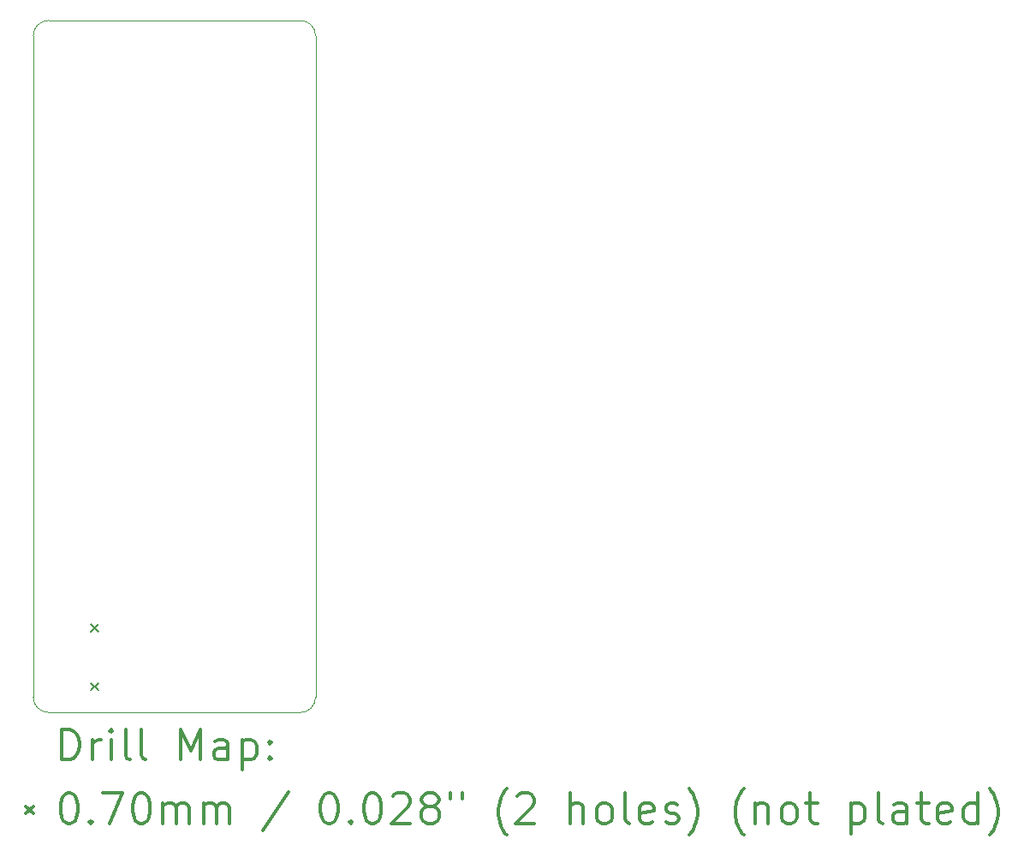
<source format=gbr>
%FSLAX45Y45*%
G04 Gerber Fmt 4.5, Leading zero omitted, Abs format (unit mm)*
G04 Created by KiCad (PCBNEW 5.1.5+dfsg1-2build2) date 2021-06-10 16:32:59*
%MOMM*%
%LPD*%
G04 APERTURE LIST*
%TA.AperFunction,Profile*%
%ADD10C,0.050000*%
%TD*%
%ADD11C,0.200000*%
%ADD12C,0.300000*%
G04 APERTURE END LIST*
D10*
X13695000Y-13400000D02*
X13695000Y-6858000D01*
X16337000Y-13551000D02*
X13845000Y-13550000D01*
X16487000Y-6858000D02*
X16487000Y-13401000D01*
X13845000Y-6708000D02*
X16337000Y-6708000D01*
X16487000Y-13401000D02*
G75*
G02X16337000Y-13551000I-150000J0D01*
G01*
X13845000Y-13550000D02*
G75*
G02X13695000Y-13400000I0J150000D01*
G01*
X13695000Y-6858000D02*
G75*
G02X13845000Y-6708000I150000J0D01*
G01*
X16337000Y-6708000D02*
G75*
G02X16487000Y-6858000I0J-150000D01*
G01*
D11*
X14266380Y-12680880D02*
X14336380Y-12750880D01*
X14336380Y-12680880D02*
X14266380Y-12750880D01*
X14266380Y-13258880D02*
X14336380Y-13328880D01*
X14336380Y-13258880D02*
X14266380Y-13328880D01*
D12*
X13978928Y-14019214D02*
X13978928Y-13719214D01*
X14050357Y-13719214D01*
X14093214Y-13733500D01*
X14121786Y-13762071D01*
X14136071Y-13790643D01*
X14150357Y-13847786D01*
X14150357Y-13890643D01*
X14136071Y-13947786D01*
X14121786Y-13976357D01*
X14093214Y-14004929D01*
X14050357Y-14019214D01*
X13978928Y-14019214D01*
X14278928Y-14019214D02*
X14278928Y-13819214D01*
X14278928Y-13876357D02*
X14293214Y-13847786D01*
X14307500Y-13833500D01*
X14336071Y-13819214D01*
X14364643Y-13819214D01*
X14464643Y-14019214D02*
X14464643Y-13819214D01*
X14464643Y-13719214D02*
X14450357Y-13733500D01*
X14464643Y-13747786D01*
X14478928Y-13733500D01*
X14464643Y-13719214D01*
X14464643Y-13747786D01*
X14650357Y-14019214D02*
X14621786Y-14004929D01*
X14607500Y-13976357D01*
X14607500Y-13719214D01*
X14807500Y-14019214D02*
X14778928Y-14004929D01*
X14764643Y-13976357D01*
X14764643Y-13719214D01*
X15150357Y-14019214D02*
X15150357Y-13719214D01*
X15250357Y-13933500D01*
X15350357Y-13719214D01*
X15350357Y-14019214D01*
X15621786Y-14019214D02*
X15621786Y-13862071D01*
X15607500Y-13833500D01*
X15578928Y-13819214D01*
X15521786Y-13819214D01*
X15493214Y-13833500D01*
X15621786Y-14004929D02*
X15593214Y-14019214D01*
X15521786Y-14019214D01*
X15493214Y-14004929D01*
X15478928Y-13976357D01*
X15478928Y-13947786D01*
X15493214Y-13919214D01*
X15521786Y-13904929D01*
X15593214Y-13904929D01*
X15621786Y-13890643D01*
X15764643Y-13819214D02*
X15764643Y-14119214D01*
X15764643Y-13833500D02*
X15793214Y-13819214D01*
X15850357Y-13819214D01*
X15878928Y-13833500D01*
X15893214Y-13847786D01*
X15907500Y-13876357D01*
X15907500Y-13962071D01*
X15893214Y-13990643D01*
X15878928Y-14004929D01*
X15850357Y-14019214D01*
X15793214Y-14019214D01*
X15764643Y-14004929D01*
X16036071Y-13990643D02*
X16050357Y-14004929D01*
X16036071Y-14019214D01*
X16021786Y-14004929D01*
X16036071Y-13990643D01*
X16036071Y-14019214D01*
X16036071Y-13833500D02*
X16050357Y-13847786D01*
X16036071Y-13862071D01*
X16021786Y-13847786D01*
X16036071Y-13833500D01*
X16036071Y-13862071D01*
X13622500Y-14478500D02*
X13692500Y-14548500D01*
X13692500Y-14478500D02*
X13622500Y-14548500D01*
X14036071Y-14349214D02*
X14064643Y-14349214D01*
X14093214Y-14363500D01*
X14107500Y-14377786D01*
X14121786Y-14406357D01*
X14136071Y-14463500D01*
X14136071Y-14534929D01*
X14121786Y-14592071D01*
X14107500Y-14620643D01*
X14093214Y-14634929D01*
X14064643Y-14649214D01*
X14036071Y-14649214D01*
X14007500Y-14634929D01*
X13993214Y-14620643D01*
X13978928Y-14592071D01*
X13964643Y-14534929D01*
X13964643Y-14463500D01*
X13978928Y-14406357D01*
X13993214Y-14377786D01*
X14007500Y-14363500D01*
X14036071Y-14349214D01*
X14264643Y-14620643D02*
X14278928Y-14634929D01*
X14264643Y-14649214D01*
X14250357Y-14634929D01*
X14264643Y-14620643D01*
X14264643Y-14649214D01*
X14378928Y-14349214D02*
X14578928Y-14349214D01*
X14450357Y-14649214D01*
X14750357Y-14349214D02*
X14778928Y-14349214D01*
X14807500Y-14363500D01*
X14821786Y-14377786D01*
X14836071Y-14406357D01*
X14850357Y-14463500D01*
X14850357Y-14534929D01*
X14836071Y-14592071D01*
X14821786Y-14620643D01*
X14807500Y-14634929D01*
X14778928Y-14649214D01*
X14750357Y-14649214D01*
X14721786Y-14634929D01*
X14707500Y-14620643D01*
X14693214Y-14592071D01*
X14678928Y-14534929D01*
X14678928Y-14463500D01*
X14693214Y-14406357D01*
X14707500Y-14377786D01*
X14721786Y-14363500D01*
X14750357Y-14349214D01*
X14978928Y-14649214D02*
X14978928Y-14449214D01*
X14978928Y-14477786D02*
X14993214Y-14463500D01*
X15021786Y-14449214D01*
X15064643Y-14449214D01*
X15093214Y-14463500D01*
X15107500Y-14492071D01*
X15107500Y-14649214D01*
X15107500Y-14492071D02*
X15121786Y-14463500D01*
X15150357Y-14449214D01*
X15193214Y-14449214D01*
X15221786Y-14463500D01*
X15236071Y-14492071D01*
X15236071Y-14649214D01*
X15378928Y-14649214D02*
X15378928Y-14449214D01*
X15378928Y-14477786D02*
X15393214Y-14463500D01*
X15421786Y-14449214D01*
X15464643Y-14449214D01*
X15493214Y-14463500D01*
X15507500Y-14492071D01*
X15507500Y-14649214D01*
X15507500Y-14492071D02*
X15521786Y-14463500D01*
X15550357Y-14449214D01*
X15593214Y-14449214D01*
X15621786Y-14463500D01*
X15636071Y-14492071D01*
X15636071Y-14649214D01*
X16221786Y-14334929D02*
X15964643Y-14720643D01*
X16607500Y-14349214D02*
X16636071Y-14349214D01*
X16664643Y-14363500D01*
X16678928Y-14377786D01*
X16693214Y-14406357D01*
X16707500Y-14463500D01*
X16707500Y-14534929D01*
X16693214Y-14592071D01*
X16678928Y-14620643D01*
X16664643Y-14634929D01*
X16636071Y-14649214D01*
X16607500Y-14649214D01*
X16578928Y-14634929D01*
X16564643Y-14620643D01*
X16550357Y-14592071D01*
X16536071Y-14534929D01*
X16536071Y-14463500D01*
X16550357Y-14406357D01*
X16564643Y-14377786D01*
X16578928Y-14363500D01*
X16607500Y-14349214D01*
X16836071Y-14620643D02*
X16850357Y-14634929D01*
X16836071Y-14649214D01*
X16821786Y-14634929D01*
X16836071Y-14620643D01*
X16836071Y-14649214D01*
X17036071Y-14349214D02*
X17064643Y-14349214D01*
X17093214Y-14363500D01*
X17107500Y-14377786D01*
X17121786Y-14406357D01*
X17136071Y-14463500D01*
X17136071Y-14534929D01*
X17121786Y-14592071D01*
X17107500Y-14620643D01*
X17093214Y-14634929D01*
X17064643Y-14649214D01*
X17036071Y-14649214D01*
X17007500Y-14634929D01*
X16993214Y-14620643D01*
X16978928Y-14592071D01*
X16964643Y-14534929D01*
X16964643Y-14463500D01*
X16978928Y-14406357D01*
X16993214Y-14377786D01*
X17007500Y-14363500D01*
X17036071Y-14349214D01*
X17250357Y-14377786D02*
X17264643Y-14363500D01*
X17293214Y-14349214D01*
X17364643Y-14349214D01*
X17393214Y-14363500D01*
X17407500Y-14377786D01*
X17421786Y-14406357D01*
X17421786Y-14434929D01*
X17407500Y-14477786D01*
X17236071Y-14649214D01*
X17421786Y-14649214D01*
X17593214Y-14477786D02*
X17564643Y-14463500D01*
X17550357Y-14449214D01*
X17536071Y-14420643D01*
X17536071Y-14406357D01*
X17550357Y-14377786D01*
X17564643Y-14363500D01*
X17593214Y-14349214D01*
X17650357Y-14349214D01*
X17678928Y-14363500D01*
X17693214Y-14377786D01*
X17707500Y-14406357D01*
X17707500Y-14420643D01*
X17693214Y-14449214D01*
X17678928Y-14463500D01*
X17650357Y-14477786D01*
X17593214Y-14477786D01*
X17564643Y-14492071D01*
X17550357Y-14506357D01*
X17536071Y-14534929D01*
X17536071Y-14592071D01*
X17550357Y-14620643D01*
X17564643Y-14634929D01*
X17593214Y-14649214D01*
X17650357Y-14649214D01*
X17678928Y-14634929D01*
X17693214Y-14620643D01*
X17707500Y-14592071D01*
X17707500Y-14534929D01*
X17693214Y-14506357D01*
X17678928Y-14492071D01*
X17650357Y-14477786D01*
X17821786Y-14349214D02*
X17821786Y-14406357D01*
X17936071Y-14349214D02*
X17936071Y-14406357D01*
X18378928Y-14763500D02*
X18364643Y-14749214D01*
X18336071Y-14706357D01*
X18321786Y-14677786D01*
X18307500Y-14634929D01*
X18293214Y-14563500D01*
X18293214Y-14506357D01*
X18307500Y-14434929D01*
X18321786Y-14392071D01*
X18336071Y-14363500D01*
X18364643Y-14320643D01*
X18378928Y-14306357D01*
X18478928Y-14377786D02*
X18493214Y-14363500D01*
X18521786Y-14349214D01*
X18593214Y-14349214D01*
X18621786Y-14363500D01*
X18636071Y-14377786D01*
X18650357Y-14406357D01*
X18650357Y-14434929D01*
X18636071Y-14477786D01*
X18464643Y-14649214D01*
X18650357Y-14649214D01*
X19007500Y-14649214D02*
X19007500Y-14349214D01*
X19136071Y-14649214D02*
X19136071Y-14492071D01*
X19121786Y-14463500D01*
X19093214Y-14449214D01*
X19050357Y-14449214D01*
X19021786Y-14463500D01*
X19007500Y-14477786D01*
X19321786Y-14649214D02*
X19293214Y-14634929D01*
X19278928Y-14620643D01*
X19264643Y-14592071D01*
X19264643Y-14506357D01*
X19278928Y-14477786D01*
X19293214Y-14463500D01*
X19321786Y-14449214D01*
X19364643Y-14449214D01*
X19393214Y-14463500D01*
X19407500Y-14477786D01*
X19421786Y-14506357D01*
X19421786Y-14592071D01*
X19407500Y-14620643D01*
X19393214Y-14634929D01*
X19364643Y-14649214D01*
X19321786Y-14649214D01*
X19593214Y-14649214D02*
X19564643Y-14634929D01*
X19550357Y-14606357D01*
X19550357Y-14349214D01*
X19821786Y-14634929D02*
X19793214Y-14649214D01*
X19736071Y-14649214D01*
X19707500Y-14634929D01*
X19693214Y-14606357D01*
X19693214Y-14492071D01*
X19707500Y-14463500D01*
X19736071Y-14449214D01*
X19793214Y-14449214D01*
X19821786Y-14463500D01*
X19836071Y-14492071D01*
X19836071Y-14520643D01*
X19693214Y-14549214D01*
X19950357Y-14634929D02*
X19978928Y-14649214D01*
X20036071Y-14649214D01*
X20064643Y-14634929D01*
X20078928Y-14606357D01*
X20078928Y-14592071D01*
X20064643Y-14563500D01*
X20036071Y-14549214D01*
X19993214Y-14549214D01*
X19964643Y-14534929D01*
X19950357Y-14506357D01*
X19950357Y-14492071D01*
X19964643Y-14463500D01*
X19993214Y-14449214D01*
X20036071Y-14449214D01*
X20064643Y-14463500D01*
X20178928Y-14763500D02*
X20193214Y-14749214D01*
X20221786Y-14706357D01*
X20236071Y-14677786D01*
X20250357Y-14634929D01*
X20264643Y-14563500D01*
X20264643Y-14506357D01*
X20250357Y-14434929D01*
X20236071Y-14392071D01*
X20221786Y-14363500D01*
X20193214Y-14320643D01*
X20178928Y-14306357D01*
X20721786Y-14763500D02*
X20707500Y-14749214D01*
X20678928Y-14706357D01*
X20664643Y-14677786D01*
X20650357Y-14634929D01*
X20636071Y-14563500D01*
X20636071Y-14506357D01*
X20650357Y-14434929D01*
X20664643Y-14392071D01*
X20678928Y-14363500D01*
X20707500Y-14320643D01*
X20721786Y-14306357D01*
X20836071Y-14449214D02*
X20836071Y-14649214D01*
X20836071Y-14477786D02*
X20850357Y-14463500D01*
X20878928Y-14449214D01*
X20921786Y-14449214D01*
X20950357Y-14463500D01*
X20964643Y-14492071D01*
X20964643Y-14649214D01*
X21150357Y-14649214D02*
X21121786Y-14634929D01*
X21107500Y-14620643D01*
X21093214Y-14592071D01*
X21093214Y-14506357D01*
X21107500Y-14477786D01*
X21121786Y-14463500D01*
X21150357Y-14449214D01*
X21193214Y-14449214D01*
X21221786Y-14463500D01*
X21236071Y-14477786D01*
X21250357Y-14506357D01*
X21250357Y-14592071D01*
X21236071Y-14620643D01*
X21221786Y-14634929D01*
X21193214Y-14649214D01*
X21150357Y-14649214D01*
X21336071Y-14449214D02*
X21450357Y-14449214D01*
X21378928Y-14349214D02*
X21378928Y-14606357D01*
X21393214Y-14634929D01*
X21421786Y-14649214D01*
X21450357Y-14649214D01*
X21778928Y-14449214D02*
X21778928Y-14749214D01*
X21778928Y-14463500D02*
X21807500Y-14449214D01*
X21864643Y-14449214D01*
X21893214Y-14463500D01*
X21907500Y-14477786D01*
X21921786Y-14506357D01*
X21921786Y-14592071D01*
X21907500Y-14620643D01*
X21893214Y-14634929D01*
X21864643Y-14649214D01*
X21807500Y-14649214D01*
X21778928Y-14634929D01*
X22093214Y-14649214D02*
X22064643Y-14634929D01*
X22050357Y-14606357D01*
X22050357Y-14349214D01*
X22336071Y-14649214D02*
X22336071Y-14492071D01*
X22321786Y-14463500D01*
X22293214Y-14449214D01*
X22236071Y-14449214D01*
X22207500Y-14463500D01*
X22336071Y-14634929D02*
X22307500Y-14649214D01*
X22236071Y-14649214D01*
X22207500Y-14634929D01*
X22193214Y-14606357D01*
X22193214Y-14577786D01*
X22207500Y-14549214D01*
X22236071Y-14534929D01*
X22307500Y-14534929D01*
X22336071Y-14520643D01*
X22436071Y-14449214D02*
X22550357Y-14449214D01*
X22478928Y-14349214D02*
X22478928Y-14606357D01*
X22493214Y-14634929D01*
X22521786Y-14649214D01*
X22550357Y-14649214D01*
X22764643Y-14634929D02*
X22736071Y-14649214D01*
X22678928Y-14649214D01*
X22650357Y-14634929D01*
X22636071Y-14606357D01*
X22636071Y-14492071D01*
X22650357Y-14463500D01*
X22678928Y-14449214D01*
X22736071Y-14449214D01*
X22764643Y-14463500D01*
X22778928Y-14492071D01*
X22778928Y-14520643D01*
X22636071Y-14549214D01*
X23036071Y-14649214D02*
X23036071Y-14349214D01*
X23036071Y-14634929D02*
X23007500Y-14649214D01*
X22950357Y-14649214D01*
X22921786Y-14634929D01*
X22907500Y-14620643D01*
X22893214Y-14592071D01*
X22893214Y-14506357D01*
X22907500Y-14477786D01*
X22921786Y-14463500D01*
X22950357Y-14449214D01*
X23007500Y-14449214D01*
X23036071Y-14463500D01*
X23150357Y-14763500D02*
X23164643Y-14749214D01*
X23193214Y-14706357D01*
X23207500Y-14677786D01*
X23221786Y-14634929D01*
X23236071Y-14563500D01*
X23236071Y-14506357D01*
X23221786Y-14434929D01*
X23207500Y-14392071D01*
X23193214Y-14363500D01*
X23164643Y-14320643D01*
X23150357Y-14306357D01*
M02*

</source>
